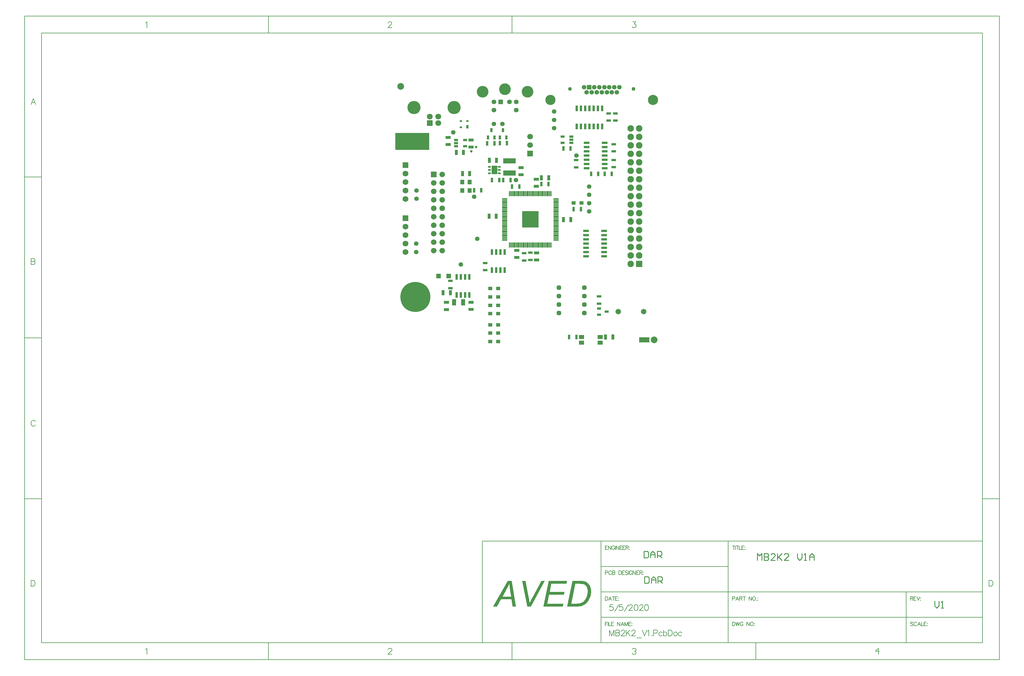
<source format=gts>
G04*
G04 #@! TF.GenerationSoftware,Altium Limited,Altium Designer,20.1.7 (139)*
G04*
G04 Layer_Color=8388736*
%FSLAX44Y44*%
%MOMM*%
G71*
G04*
G04 #@! TF.SameCoordinates,4FCD0223-78D8-4E5E-BEAE-C94ABB704BA9*
G04*
G04*
G04 #@! TF.FilePolarity,Negative*
G04*
G01*
G75*
%ADD11C,0.2500*%
%ADD22C,0.1270*%
%ADD23C,0.1778*%
%ADD36R,1.2000X1.4000*%
%ADD37R,1.2500X1.1000*%
%ADD45R,3.1500X1.5000*%
%ADD46R,1.1500X1.9500*%
%ADD47R,3.7500X1.6500*%
%ADD48R,1.5500X0.3000*%
%ADD49R,0.3000X1.5500*%
%ADD50R,4.9500X4.9500*%
%ADD51R,1.5500X1.1500*%
%ADD52R,10.1500X5.1500*%
%ADD53R,1.2000X0.7500*%
%ADD54R,1.3000X0.7500*%
%ADD55R,0.8000X1.6750*%
%ADD56R,1.6750X0.8000*%
%ADD57R,1.4100X1.3200*%
%ADD58R,0.7000X0.6000*%
%ADD59R,0.7000X1.0000*%
%ADD60C,9.0000*%
%ADD61C,2.0000*%
%ADD62O,0.9500X0.5500*%
%ADD63R,1.8000X2.5500*%
%ADD64R,0.8500X1.5500*%
%ADD65R,1.4500X0.7500*%
%ADD66R,0.7500X1.3000*%
%ADD67R,1.5500X0.8500*%
%ADD68R,0.7500X1.4500*%
%ADD69R,1.7000X1.7000*%
%ADD70C,1.7000*%
%ADD71C,1.3500*%
%ADD72C,2.1500*%
%ADD73C,3.4900*%
%ADD74R,1.3900X1.3900*%
%ADD75C,1.3900*%
%ADD76R,1.9500X1.9500*%
%ADD77C,1.9500*%
%ADD78C,1.6740*%
%ADD79R,1.6740X1.6740*%
%ADD80C,1.6500*%
%ADD81C,1.1150*%
%ADD82C,3.0450*%
%ADD83R,1.3500X1.3500*%
%ADD84C,1.7500*%
%ADD85R,1.7500X1.7500*%
%ADD86C,3.9500*%
%ADD87C,1.4500*%
%ADD88C,4.1500*%
%ADD89C,0.7500*%
%ADD90C,1.8000*%
G36*
X410400Y-780000D02*
X399300D01*
X384600Y-703100D01*
X394500D01*
X403300Y-749000D01*
Y-749100D01*
X403400Y-749500D01*
X403500Y-750200D01*
X403700Y-751100D01*
X403900Y-752100D01*
X404100Y-753400D01*
X404400Y-754700D01*
X404700Y-756200D01*
X405200Y-759400D01*
X405800Y-762700D01*
X406200Y-766100D01*
X406400Y-767600D01*
X406600Y-769100D01*
X406700Y-769000D01*
X406800Y-768700D01*
X407100Y-768200D01*
X407400Y-767500D01*
X407800Y-766600D01*
X408300Y-765700D01*
X408800Y-764600D01*
X409400Y-763500D01*
X410600Y-761000D01*
X412000Y-758400D01*
X413300Y-755800D01*
X414500Y-753500D01*
X441900Y-703100D01*
X452400D01*
X410400Y-780000D01*
D02*
G37*
G36*
X561399Y-703200D02*
X563200Y-703300D01*
X565299Y-703400D01*
X567399Y-703600D01*
X569399Y-704000D01*
X571199Y-704400D01*
X571299D01*
X571499Y-704500D01*
X571799Y-704600D01*
X572299Y-704700D01*
X573399Y-705100D01*
X574899Y-705700D01*
X576599Y-706500D01*
X578399Y-707500D01*
X580199Y-708700D01*
X581899Y-710200D01*
X581999D01*
X582099Y-710400D01*
X582599Y-710900D01*
X583399Y-711800D01*
X584399Y-713000D01*
X585499Y-714500D01*
X586699Y-716300D01*
X587799Y-718300D01*
X588699Y-720600D01*
Y-720700D01*
X588799Y-720900D01*
X588899Y-721200D01*
X589099Y-721700D01*
X589199Y-722300D01*
X589399Y-723000D01*
X589599Y-723800D01*
X589899Y-724700D01*
X590299Y-726700D01*
X590599Y-729100D01*
X590899Y-731800D01*
X590999Y-734600D01*
Y-734700D01*
Y-735000D01*
Y-735500D01*
Y-736200D01*
X590899Y-737000D01*
Y-737900D01*
X590799Y-739000D01*
X590599Y-740200D01*
X590299Y-742800D01*
X589799Y-745600D01*
X589099Y-748600D01*
X588099Y-751500D01*
Y-751600D01*
X587999Y-751800D01*
X587799Y-752200D01*
X587599Y-752800D01*
X587299Y-753400D01*
X586999Y-754200D01*
X586099Y-756000D01*
X585099Y-758100D01*
X583799Y-760400D01*
X582399Y-762700D01*
X580799Y-764900D01*
Y-765000D01*
X580599Y-765200D01*
X580399Y-765500D01*
X579999Y-765900D01*
X579099Y-766900D01*
X577899Y-768200D01*
X576499Y-769700D01*
X574899Y-771200D01*
X573099Y-772700D01*
X571299Y-774000D01*
X571199D01*
X571099Y-774100D01*
X570799Y-774300D01*
X570399Y-774500D01*
X569399Y-775100D01*
X567999Y-775800D01*
X566300Y-776600D01*
X564300Y-777400D01*
X562099Y-778200D01*
X559599Y-778800D01*
X559399D01*
X559100Y-778900D01*
X558699Y-779000D01*
X558200Y-779100D01*
X557599Y-779200D01*
X556100Y-779400D01*
X554199Y-779600D01*
X552099Y-779800D01*
X549599Y-779900D01*
X546899Y-780000D01*
X519300D01*
X535299Y-703100D01*
X560600D01*
X561399Y-703200D01*
D02*
G37*
G36*
X517500Y-711800D02*
X471900D01*
X466900Y-735800D01*
X511600D01*
X509800Y-744500D01*
X465100D01*
X459500Y-771300D01*
X508100D01*
X506300Y-780000D01*
X447500D01*
X463600Y-703100D01*
X519300D01*
X517500Y-711800D01*
D02*
G37*
G36*
X365900Y-780000D02*
X355900D01*
X352200Y-757900D01*
X321100D01*
X308800Y-780000D01*
X297500D01*
X340900Y-703100D01*
X353200D01*
X365900Y-780000D01*
D02*
G37*
%LPC*%
G36*
X557399Y-711800D02*
X543699D01*
X531300Y-771300D01*
X545600D01*
X546399Y-771200D01*
X547399D01*
X548400Y-771100D01*
X550700Y-770900D01*
X553200Y-770700D01*
X555700Y-770300D01*
X558200Y-769800D01*
X558400D01*
X558899Y-769600D01*
X559599Y-769400D01*
X560499Y-769100D01*
X561600Y-768700D01*
X562700Y-768300D01*
X565000Y-767100D01*
X565200Y-767000D01*
X565600Y-766700D01*
X566300Y-766100D01*
X567199Y-765400D01*
X568299Y-764500D01*
X569399Y-763400D01*
X570599Y-762200D01*
X571799Y-760800D01*
Y-760700D01*
X571999Y-760600D01*
X572199Y-760300D01*
X572499Y-759900D01*
X573199Y-758800D01*
X574099Y-757400D01*
X575099Y-755700D01*
X576199Y-753700D01*
X577199Y-751500D01*
X578199Y-749100D01*
Y-749000D01*
X578299Y-748800D01*
X578399Y-748400D01*
X578599Y-747900D01*
X578799Y-747300D01*
X578999Y-746600D01*
X579199Y-745700D01*
X579399Y-744700D01*
X579799Y-742500D01*
X580199Y-740000D01*
X580499Y-737200D01*
X580599Y-734100D01*
Y-734000D01*
Y-733700D01*
Y-733200D01*
Y-732500D01*
X580499Y-731800D01*
X580399Y-730900D01*
X580199Y-728800D01*
X579799Y-726500D01*
X579199Y-724100D01*
X578399Y-721800D01*
X577899Y-720700D01*
X577299Y-719700D01*
Y-719600D01*
X577199Y-719500D01*
X576699Y-718900D01*
X575999Y-718000D01*
X574999Y-717000D01*
X573799Y-715900D01*
X572399Y-714800D01*
X570799Y-713800D01*
X568999Y-713100D01*
X568799Y-713000D01*
X568299Y-712900D01*
X567399Y-712700D01*
X566100Y-712400D01*
X564500Y-712200D01*
X562500Y-712000D01*
X560099Y-711900D01*
X557399Y-711800D01*
D02*
G37*
G36*
X345800Y-711500D02*
Y-711600D01*
X345700Y-711800D01*
X345500Y-712200D01*
X345300Y-712700D01*
X345000Y-713300D01*
X344700Y-714100D01*
X344300Y-715000D01*
X343900Y-716000D01*
X343400Y-717100D01*
X342800Y-718300D01*
X341500Y-720900D01*
X339900Y-723900D01*
X338100Y-727200D01*
X325500Y-750000D01*
X351000D01*
X348000Y-730700D01*
Y-730600D01*
X347900Y-730200D01*
X347800Y-729600D01*
X347700Y-728800D01*
X347600Y-727800D01*
X347400Y-726700D01*
X347200Y-725400D01*
X347100Y-724000D01*
X346700Y-721000D01*
X346300Y-717700D01*
X346000Y-714500D01*
X345800Y-711500D01*
D02*
G37*
%LPD*%
D11*
X1620069Y-763933D02*
Y-777262D01*
X1626734Y-783927D01*
X1633398Y-777262D01*
Y-763933D01*
X1640063Y-783927D02*
X1646727D01*
X1643395D01*
Y-763933D01*
X1640063Y-767266D01*
X751069Y-689933D02*
Y-709927D01*
X761066D01*
X764398Y-706595D01*
Y-693266D01*
X761066Y-689933D01*
X751069D01*
X771063Y-709927D02*
Y-696598D01*
X777727Y-689933D01*
X784392Y-696598D01*
Y-709927D01*
Y-699930D01*
X771063D01*
X791056Y-709927D02*
Y-689933D01*
X801053D01*
X804385Y-693266D01*
Y-699930D01*
X801053Y-703262D01*
X791056D01*
X797721D02*
X804385Y-709927D01*
X749069Y-613933D02*
Y-633927D01*
X759066D01*
X762398Y-630595D01*
Y-617266D01*
X759066Y-613933D01*
X749069D01*
X769063Y-633927D02*
Y-620598D01*
X775727Y-613933D01*
X782392Y-620598D01*
Y-633927D01*
Y-623930D01*
X769063D01*
X789056Y-633927D02*
Y-613933D01*
X799053D01*
X802385Y-617266D01*
Y-623930D01*
X799053Y-627262D01*
X789056D01*
X795721D02*
X802385Y-633927D01*
X1089069Y-640927D02*
Y-620933D01*
X1095733Y-627598D01*
X1102398Y-620933D01*
Y-640927D01*
X1109063Y-620933D02*
Y-640927D01*
X1119059D01*
X1122392Y-637595D01*
Y-634263D01*
X1119059Y-630930D01*
X1109063D01*
X1119059D01*
X1122392Y-627598D01*
Y-624266D01*
X1119059Y-620933D01*
X1109063D01*
X1142385Y-640927D02*
X1129056D01*
X1142385Y-627598D01*
Y-624266D01*
X1139053Y-620933D01*
X1132388D01*
X1129056Y-624266D01*
X1149050Y-620933D02*
Y-640927D01*
Y-634263D01*
X1162379Y-620933D01*
X1152382Y-630930D01*
X1162379Y-640927D01*
X1182372D02*
X1169043D01*
X1182372Y-627598D01*
Y-624266D01*
X1179040Y-620933D01*
X1172375D01*
X1169043Y-624266D01*
X1209030Y-620933D02*
Y-634263D01*
X1215695Y-640927D01*
X1222359Y-634263D01*
Y-620933D01*
X1229024Y-640927D02*
X1235688D01*
X1232356D01*
Y-620933D01*
X1229024Y-624266D01*
X1245685Y-640927D02*
Y-627598D01*
X1252350Y-620933D01*
X1259014Y-627598D01*
Y-640927D01*
Y-630930D01*
X1245685D01*
D22*
X1084129Y-939377D02*
Y-888577D01*
X1001579D02*
Y-736177D01*
X1534979Y-888577D02*
Y-736177D01*
X620579Y-888577D02*
Y-583777D01*
X1763579Y-888577D02*
Y-583777D01*
X1001579D02*
X1763579D01*
X1001579Y-736177D02*
Y-583777D01*
X620579D02*
X1001579D01*
X620579Y-736177D02*
X1763579D01*
X620579Y-812377D02*
X1763579D01*
X620579Y-888577D02*
X1763579D01*
X620579Y-659977D02*
X1001579D01*
X264979Y-583777D02*
X620579D01*
X264979Y-888577D02*
Y-583777D01*
Y-888577D02*
X620579D01*
X353879Y-939377D02*
Y-888577D01*
X-376371Y-939377D02*
Y-888577D01*
X-1106621Y-456777D02*
X-1055821D01*
X-1106621Y25823D02*
X-1055821D01*
X-1106621Y508423D02*
X-1055821D01*
X-1106621Y-939377D02*
Y991023D01*
X1763579Y-456777D02*
X1814379D01*
X353879Y940223D02*
Y991023D01*
X-376371Y940223D02*
Y991023D01*
X-1055821Y940223D02*
X1763579D01*
Y-888577D02*
Y940223D01*
X-1055821Y-888577D02*
X1763579D01*
X-1055821D02*
Y940223D01*
X-1106621Y991023D02*
X1814379D01*
Y-939377D02*
Y991023D01*
X-1106621Y-939377D02*
X1814379D01*
X1555297Y-827982D02*
X1554209Y-826894D01*
X1552576Y-826349D01*
X1550400D01*
X1548767Y-826894D01*
X1547679Y-827982D01*
Y-829070D01*
X1548223Y-830159D01*
X1548767Y-830703D01*
X1549856Y-831247D01*
X1553121Y-832335D01*
X1554209Y-832879D01*
X1554753Y-833424D01*
X1555297Y-834512D01*
Y-836144D01*
X1554209Y-837233D01*
X1552576Y-837777D01*
X1550400D01*
X1548767Y-837233D01*
X1547679Y-836144D01*
X1566017Y-829070D02*
X1565473Y-827982D01*
X1564385Y-826894D01*
X1563297Y-826349D01*
X1561120D01*
X1560032Y-826894D01*
X1558943Y-827982D01*
X1558399Y-829070D01*
X1557855Y-830703D01*
Y-833424D01*
X1558399Y-835056D01*
X1558943Y-836144D01*
X1560032Y-837233D01*
X1561120Y-837777D01*
X1563297D01*
X1564385Y-837233D01*
X1565473Y-836144D01*
X1566017Y-835056D01*
X1577935Y-837777D02*
X1573582Y-826349D01*
X1569228Y-837777D01*
X1570861Y-833968D02*
X1576302D01*
X1580601Y-826349D02*
Y-837777D01*
X1587131D01*
X1595457Y-826349D02*
X1588383D01*
Y-837777D01*
X1595457D01*
X1588383Y-831791D02*
X1592736D01*
X1597906Y-830159D02*
X1597362Y-830703D01*
X1597906Y-831247D01*
X1598450Y-830703D01*
X1597906Y-830159D01*
Y-836689D02*
X1597362Y-837233D01*
X1597906Y-837777D01*
X1598450Y-837233D01*
X1597906Y-836689D01*
X633279Y-826349D02*
Y-837777D01*
Y-826349D02*
X640353D01*
X633279Y-831791D02*
X637632D01*
X641659Y-826349D02*
Y-837777D01*
X644054Y-826349D02*
Y-837777D01*
X650584D01*
X658909Y-826349D02*
X651835D01*
Y-837777D01*
X658909D01*
X651835Y-831791D02*
X656189D01*
X669793Y-826349D02*
Y-837777D01*
Y-826349D02*
X677411Y-837777D01*
Y-826349D02*
Y-837777D01*
X689274D02*
X684921Y-826349D01*
X680567Y-837777D01*
X682200Y-833968D02*
X687642D01*
X691941Y-826349D02*
Y-837777D01*
Y-826349D02*
X696294Y-837777D01*
X700647Y-826349D02*
X696294Y-837777D01*
X700647Y-826349D02*
Y-837777D01*
X710986Y-826349D02*
X703912D01*
Y-837777D01*
X710986D01*
X703912Y-831791D02*
X708266D01*
X713435Y-830159D02*
X712891Y-830703D01*
X713435Y-831247D01*
X713979Y-830703D01*
X713435Y-830159D01*
Y-836689D02*
X712891Y-837233D01*
X713435Y-837777D01*
X713979Y-837233D01*
X713435Y-836689D01*
X633279Y-678665D02*
X638176D01*
X639809Y-678121D01*
X640353Y-677577D01*
X640897Y-676489D01*
Y-674856D01*
X640353Y-673768D01*
X639809Y-673224D01*
X638176Y-672680D01*
X633279D01*
Y-684107D01*
X651618Y-675400D02*
X651073Y-674312D01*
X649985Y-673224D01*
X648897Y-672680D01*
X646720D01*
X645632Y-673224D01*
X644543Y-674312D01*
X643999Y-675400D01*
X643455Y-677033D01*
Y-679754D01*
X643999Y-681386D01*
X644543Y-682475D01*
X645632Y-683563D01*
X646720Y-684107D01*
X648897D01*
X649985Y-683563D01*
X651073Y-682475D01*
X651618Y-681386D01*
X654828Y-672680D02*
Y-684107D01*
Y-672680D02*
X659726D01*
X661358Y-673224D01*
X661902Y-673768D01*
X662447Y-674856D01*
Y-675945D01*
X661902Y-677033D01*
X661358Y-677577D01*
X659726Y-678121D01*
X654828D02*
X659726D01*
X661358Y-678665D01*
X661902Y-679210D01*
X662447Y-680298D01*
Y-681930D01*
X661902Y-683019D01*
X661358Y-683563D01*
X659726Y-684107D01*
X654828D01*
X673983Y-672680D02*
Y-684107D01*
Y-672680D02*
X677792D01*
X679425Y-673224D01*
X680513Y-674312D01*
X681057Y-675400D01*
X681601Y-677033D01*
Y-679754D01*
X681057Y-681386D01*
X680513Y-682475D01*
X679425Y-683563D01*
X677792Y-684107D01*
X673983D01*
X691233Y-672680D02*
X684159D01*
Y-684107D01*
X691233D01*
X684159Y-678121D02*
X688512D01*
X700756Y-674312D02*
X699668Y-673224D01*
X698035Y-672680D01*
X695859D01*
X694226Y-673224D01*
X693138Y-674312D01*
Y-675400D01*
X693682Y-676489D01*
X694226Y-677033D01*
X695314Y-677577D01*
X698579Y-678665D01*
X699668Y-679210D01*
X700212Y-679754D01*
X700756Y-680842D01*
Y-682475D01*
X699668Y-683563D01*
X698035Y-684107D01*
X695859D01*
X694226Y-683563D01*
X693138Y-682475D01*
X703314Y-672680D02*
Y-684107D01*
X713870Y-675400D02*
X713326Y-674312D01*
X712238Y-673224D01*
X711150Y-672680D01*
X708973D01*
X707885Y-673224D01*
X706796Y-674312D01*
X706252Y-675400D01*
X705708Y-677033D01*
Y-679754D01*
X706252Y-681386D01*
X706796Y-682475D01*
X707885Y-683563D01*
X708973Y-684107D01*
X711150D01*
X712238Y-683563D01*
X713326Y-682475D01*
X713870Y-681386D01*
Y-679754D01*
X711150D02*
X713870D01*
X716482Y-672680D02*
Y-684107D01*
Y-672680D02*
X724101Y-684107D01*
Y-672680D02*
Y-684107D01*
X734331Y-672680D02*
X727257D01*
Y-684107D01*
X734331D01*
X727257Y-678121D02*
X731610D01*
X736236Y-672680D02*
Y-684107D01*
Y-672680D02*
X741133D01*
X742766Y-673224D01*
X743310Y-673768D01*
X743854Y-674856D01*
Y-675945D01*
X743310Y-677033D01*
X742766Y-677577D01*
X741133Y-678121D01*
X736236D01*
X740045D02*
X743854Y-684107D01*
X746956Y-676489D02*
X746412Y-677033D01*
X746956Y-677577D01*
X747500Y-677033D01*
X746956Y-676489D01*
Y-683019D02*
X746412Y-683563D01*
X746956Y-684107D01*
X747500Y-683563D01*
X746956Y-683019D01*
X1018088Y-597749D02*
Y-609177D01*
X1014279Y-597749D02*
X1021897D01*
X1023258D02*
Y-609177D01*
X1029461Y-597749D02*
Y-609177D01*
X1025652Y-597749D02*
X1033271D01*
X1034631D02*
Y-609177D01*
X1041161D01*
X1049487Y-597749D02*
X1042413D01*
Y-609177D01*
X1049487D01*
X1042413Y-603191D02*
X1046766D01*
X1051936Y-601559D02*
X1051391Y-602103D01*
X1051936Y-602647D01*
X1052480Y-602103D01*
X1051936Y-601559D01*
Y-608089D02*
X1051391Y-608633D01*
X1051936Y-609177D01*
X1052480Y-608633D01*
X1051936Y-608089D01*
X1014279Y-756135D02*
X1019176D01*
X1020809Y-755591D01*
X1021353Y-755047D01*
X1021897Y-753959D01*
Y-752326D01*
X1021353Y-751238D01*
X1020809Y-750694D01*
X1019176Y-750150D01*
X1014279D01*
Y-761577D01*
X1033162D02*
X1028808Y-750150D01*
X1024455Y-761577D01*
X1026087Y-757768D02*
X1031529D01*
X1035828Y-750150D02*
Y-761577D01*
Y-750150D02*
X1040726D01*
X1042358Y-750694D01*
X1042902Y-751238D01*
X1043447Y-752326D01*
Y-753415D01*
X1042902Y-754503D01*
X1042358Y-755047D01*
X1040726Y-755591D01*
X1035828D01*
X1039637D02*
X1043447Y-761577D01*
X1049813Y-750150D02*
Y-761577D01*
X1046004Y-750150D02*
X1053622D01*
X1063962D02*
Y-761577D01*
Y-750150D02*
X1071580Y-761577D01*
Y-750150D02*
Y-761577D01*
X1078001Y-750150D02*
X1076913Y-750694D01*
X1075825Y-751782D01*
X1075280Y-752870D01*
X1074736Y-754503D01*
Y-757224D01*
X1075280Y-758856D01*
X1075825Y-759945D01*
X1076913Y-761033D01*
X1078001Y-761577D01*
X1080178D01*
X1081266Y-761033D01*
X1082355Y-759945D01*
X1082899Y-758856D01*
X1083443Y-757224D01*
Y-754503D01*
X1082899Y-752870D01*
X1082355Y-751782D01*
X1081266Y-750694D01*
X1080178Y-750150D01*
X1078001D01*
X1086654Y-760489D02*
X1086109Y-761033D01*
X1086654Y-761577D01*
X1087198Y-761033D01*
X1086654Y-760489D01*
X1090245Y-753959D02*
X1089701Y-754503D01*
X1090245Y-755047D01*
X1090789Y-754503D01*
X1090245Y-753959D01*
Y-760489D02*
X1089701Y-761033D01*
X1090245Y-761577D01*
X1090789Y-761033D01*
X1090245Y-760489D01*
X640353Y-597749D02*
X633279D01*
Y-609177D01*
X640353D01*
X633279Y-603191D02*
X637632D01*
X642258Y-597749D02*
Y-609177D01*
Y-597749D02*
X649876Y-609177D01*
Y-597749D02*
Y-609177D01*
X661195Y-600470D02*
X660651Y-599382D01*
X659562Y-598294D01*
X658474Y-597749D01*
X656297D01*
X655209Y-598294D01*
X654121Y-599382D01*
X653577Y-600470D01*
X653032Y-602103D01*
Y-604824D01*
X653577Y-606456D01*
X654121Y-607545D01*
X655209Y-608633D01*
X656297Y-609177D01*
X658474D01*
X659562Y-608633D01*
X660651Y-607545D01*
X661195Y-606456D01*
Y-604824D01*
X658474D02*
X661195D01*
X663807Y-597749D02*
Y-609177D01*
X666201Y-597749D02*
Y-609177D01*
Y-597749D02*
X673820Y-609177D01*
Y-597749D02*
Y-609177D01*
X684050Y-597749D02*
X676976D01*
Y-609177D01*
X684050D01*
X676976Y-603191D02*
X681329D01*
X693029Y-597749D02*
X685955D01*
Y-609177D01*
X693029D01*
X685955Y-603191D02*
X690308D01*
X694933Y-597749D02*
Y-609177D01*
Y-597749D02*
X699831D01*
X701463Y-598294D01*
X702008Y-598838D01*
X702552Y-599926D01*
Y-601015D01*
X702008Y-602103D01*
X701463Y-602647D01*
X699831Y-603191D01*
X694933D01*
X698743D02*
X702552Y-609177D01*
X705654Y-601559D02*
X705109Y-602103D01*
X705654Y-602647D01*
X706198Y-602103D01*
X705654Y-601559D01*
Y-608089D02*
X705109Y-608633D01*
X705654Y-609177D01*
X706198Y-608633D01*
X705654Y-608089D01*
X1014279Y-826349D02*
Y-837777D01*
Y-826349D02*
X1018088D01*
X1019721Y-826894D01*
X1020809Y-827982D01*
X1021353Y-829070D01*
X1021897Y-830703D01*
Y-833424D01*
X1021353Y-835056D01*
X1020809Y-836144D01*
X1019721Y-837233D01*
X1018088Y-837777D01*
X1014279D01*
X1024455Y-826349D02*
X1027176Y-837777D01*
X1029897Y-826349D02*
X1027176Y-837777D01*
X1029897Y-826349D02*
X1032617Y-837777D01*
X1035338Y-826349D02*
X1032617Y-837777D01*
X1045786Y-829070D02*
X1045242Y-827982D01*
X1044154Y-826894D01*
X1043066Y-826349D01*
X1040889D01*
X1039800Y-826894D01*
X1038712Y-827982D01*
X1038168Y-829070D01*
X1037624Y-830703D01*
Y-833424D01*
X1038168Y-835056D01*
X1038712Y-836144D01*
X1039800Y-837233D01*
X1040889Y-837777D01*
X1043066D01*
X1044154Y-837233D01*
X1045242Y-836144D01*
X1045786Y-835056D01*
Y-833424D01*
X1043066D02*
X1045786D01*
X1057377Y-826349D02*
Y-837777D01*
Y-826349D02*
X1064996Y-837777D01*
Y-826349D02*
Y-837777D01*
X1071417Y-826349D02*
X1070328Y-826894D01*
X1069240Y-827982D01*
X1068696Y-829070D01*
X1068152Y-830703D01*
Y-833424D01*
X1068696Y-835056D01*
X1069240Y-836144D01*
X1070328Y-837233D01*
X1071417Y-837777D01*
X1073594D01*
X1074682Y-837233D01*
X1075770Y-836144D01*
X1076314Y-835056D01*
X1076859Y-833424D01*
Y-830703D01*
X1076314Y-829070D01*
X1075770Y-827982D01*
X1074682Y-826894D01*
X1073594Y-826349D01*
X1071417D01*
X1080069Y-830159D02*
X1079525Y-830703D01*
X1080069Y-831247D01*
X1080613Y-830703D01*
X1080069Y-830159D01*
Y-836689D02*
X1079525Y-837233D01*
X1080069Y-837777D01*
X1080613Y-837233D01*
X1080069Y-836689D01*
X1547679Y-750150D02*
Y-761577D01*
Y-750150D02*
X1552576D01*
X1554209Y-750694D01*
X1554753Y-751238D01*
X1555297Y-752326D01*
Y-753415D01*
X1554753Y-754503D01*
X1554209Y-755047D01*
X1552576Y-755591D01*
X1547679D01*
X1551488D02*
X1555297Y-761577D01*
X1564929Y-750150D02*
X1557855D01*
Y-761577D01*
X1564929D01*
X1557855Y-755591D02*
X1562208D01*
X1566834Y-750150D02*
X1571187Y-761577D01*
X1575540Y-750150D02*
X1571187Y-761577D01*
X1577554Y-753959D02*
X1577010Y-754503D01*
X1577554Y-755047D01*
X1578098Y-754503D01*
X1577554Y-753959D01*
Y-760489D02*
X1577010Y-761033D01*
X1577554Y-761577D01*
X1578098Y-761033D01*
X1577554Y-760489D01*
X633279Y-750150D02*
Y-761577D01*
Y-750150D02*
X637088D01*
X638721Y-750694D01*
X639809Y-751782D01*
X640353Y-752870D01*
X640897Y-754503D01*
Y-757224D01*
X640353Y-758856D01*
X639809Y-759945D01*
X638721Y-761033D01*
X637088Y-761577D01*
X633279D01*
X652162D02*
X647808Y-750150D01*
X643455Y-761577D01*
X645088Y-757768D02*
X650529D01*
X658637Y-750150D02*
Y-761577D01*
X654828Y-750150D02*
X662447D01*
X670881D02*
X663807D01*
Y-761577D01*
X670881D01*
X663807Y-755591D02*
X668160D01*
X673330Y-753959D02*
X672786Y-754503D01*
X673330Y-755047D01*
X673874Y-754503D01*
X673330Y-753959D01*
Y-760489D02*
X672786Y-761033D01*
X673330Y-761577D01*
X673874Y-761033D01*
X673330Y-760489D01*
D23*
X645979Y-850481D02*
Y-868257D01*
Y-850481D02*
X652751Y-868257D01*
X659523Y-850481D02*
X652751Y-868257D01*
X659523Y-850481D02*
Y-868257D01*
X664602Y-850481D02*
Y-868257D01*
Y-850481D02*
X672220D01*
X674760Y-851327D01*
X675606Y-852174D01*
X676452Y-853867D01*
Y-855560D01*
X675606Y-857253D01*
X674760Y-858099D01*
X672220Y-858946D01*
X664602D02*
X672220D01*
X674760Y-859792D01*
X675606Y-860639D01*
X676452Y-862332D01*
Y-864871D01*
X675606Y-866564D01*
X674760Y-867411D01*
X672220Y-868257D01*
X664602D01*
X681277Y-854713D02*
Y-853867D01*
X682124Y-852174D01*
X682970Y-851327D01*
X684663Y-850481D01*
X688049D01*
X689742Y-851327D01*
X690589Y-852174D01*
X691435Y-853867D01*
Y-855560D01*
X690589Y-857253D01*
X688896Y-859792D01*
X680431Y-868257D01*
X692282D01*
X696260Y-850481D02*
Y-868257D01*
X708111Y-850481D02*
X696260Y-862332D01*
X700493Y-858099D02*
X708111Y-868257D01*
X712936Y-854713D02*
Y-853867D01*
X713783Y-852174D01*
X714629Y-851327D01*
X716322Y-850481D01*
X719708D01*
X721401Y-851327D01*
X722247Y-852174D01*
X723094Y-853867D01*
Y-855560D01*
X722247Y-857253D01*
X720554Y-859792D01*
X712089Y-868257D01*
X723940D01*
X727919Y-874182D02*
X741463D01*
X743748Y-850481D02*
X750520Y-868257D01*
X757292Y-850481D02*
X750520Y-868257D01*
X759577Y-853867D02*
X761270Y-853020D01*
X763810Y-850481D01*
Y-868257D01*
X773460Y-866564D02*
X772613Y-867411D01*
X773460Y-868257D01*
X774306Y-867411D01*
X773460Y-866564D01*
X778200Y-859792D02*
X785818D01*
X788358Y-858946D01*
X789204Y-858099D01*
X790051Y-856406D01*
Y-853867D01*
X789204Y-852174D01*
X788358Y-851327D01*
X785818Y-850481D01*
X778200D01*
Y-868257D01*
X804187Y-858946D02*
X802494Y-857253D01*
X800801Y-856406D01*
X798262D01*
X796569Y-857253D01*
X794876Y-858946D01*
X794029Y-861485D01*
Y-863178D01*
X794876Y-865717D01*
X796569Y-867411D01*
X798262Y-868257D01*
X800801D01*
X802494Y-867411D01*
X804187Y-865717D01*
X807996Y-850481D02*
Y-868257D01*
Y-858946D02*
X809689Y-857253D01*
X811382Y-856406D01*
X813922D01*
X815615Y-857253D01*
X817308Y-858946D01*
X818154Y-861485D01*
Y-863178D01*
X817308Y-865717D01*
X815615Y-867411D01*
X813922Y-868257D01*
X811382D01*
X809689Y-867411D01*
X807996Y-865717D01*
X821963Y-850481D02*
Y-868257D01*
Y-850481D02*
X827889D01*
X830428Y-851327D01*
X832121Y-853020D01*
X832968Y-854713D01*
X833814Y-857253D01*
Y-861485D01*
X832968Y-864025D01*
X832121Y-865717D01*
X830428Y-867411D01*
X827889Y-868257D01*
X821963D01*
X842025Y-856406D02*
X840332Y-857253D01*
X838639Y-858946D01*
X837793Y-861485D01*
Y-863178D01*
X838639Y-865717D01*
X840332Y-867411D01*
X842025Y-868257D01*
X844565D01*
X846257Y-867411D01*
X847950Y-865717D01*
X848797Y-863178D01*
Y-861485D01*
X847950Y-858946D01*
X846257Y-857253D01*
X844565Y-856406D01*
X842025D01*
X862849Y-858946D02*
X861156Y-857253D01*
X859463Y-856406D01*
X856923D01*
X855230Y-857253D01*
X853537Y-858946D01*
X852691Y-861485D01*
Y-863178D01*
X853537Y-865717D01*
X855230Y-867411D01*
X856923Y-868257D01*
X859463D01*
X861156Y-867411D01*
X862849Y-865717D01*
X656137Y-774281D02*
X647672D01*
X646825Y-781899D01*
X647672Y-781053D01*
X650211Y-780206D01*
X652751D01*
X655290Y-781053D01*
X656983Y-782746D01*
X657830Y-785285D01*
Y-786978D01*
X656983Y-789518D01*
X655290Y-791210D01*
X652751Y-792057D01*
X650211D01*
X647672Y-791210D01*
X646825Y-790364D01*
X645979Y-788671D01*
X661808Y-794596D02*
X673659Y-774281D01*
X685002D02*
X676537D01*
X675691Y-781899D01*
X676537Y-781053D01*
X679077Y-780206D01*
X681616D01*
X684156Y-781053D01*
X685848Y-782746D01*
X686695Y-785285D01*
Y-786978D01*
X685848Y-789518D01*
X684156Y-791210D01*
X681616Y-792057D01*
X679077D01*
X676537Y-791210D01*
X675691Y-790364D01*
X674844Y-788671D01*
X690673Y-794596D02*
X702524Y-774281D01*
X704556Y-778513D02*
Y-777667D01*
X705402Y-775974D01*
X706249Y-775127D01*
X707942Y-774281D01*
X711328D01*
X713021Y-775127D01*
X713867Y-775974D01*
X714714Y-777667D01*
Y-779360D01*
X713867Y-781053D01*
X712174Y-783592D01*
X703709Y-792057D01*
X715560D01*
X724617Y-774281D02*
X722078Y-775127D01*
X720385Y-777667D01*
X719539Y-781899D01*
Y-784439D01*
X720385Y-788671D01*
X722078Y-791210D01*
X724617Y-792057D01*
X726311D01*
X728850Y-791210D01*
X730543Y-788671D01*
X731389Y-784439D01*
Y-781899D01*
X730543Y-777667D01*
X728850Y-775127D01*
X726311Y-774281D01*
X724617D01*
X736214Y-778513D02*
Y-777667D01*
X737061Y-775974D01*
X737907Y-775127D01*
X739600Y-774281D01*
X742986D01*
X744679Y-775127D01*
X745526Y-775974D01*
X746372Y-777667D01*
Y-779360D01*
X745526Y-781053D01*
X743833Y-783592D01*
X735368Y-792057D01*
X747219D01*
X756276Y-774281D02*
X753737Y-775127D01*
X752044Y-777667D01*
X751197Y-781899D01*
Y-784439D01*
X752044Y-788671D01*
X753737Y-791210D01*
X756276Y-792057D01*
X757969D01*
X760508Y-791210D01*
X762201Y-788671D01*
X763048Y-784439D01*
Y-781899D01*
X762201Y-777667D01*
X760508Y-775127D01*
X757969Y-774281D01*
X756276D01*
X1451664Y-922867D02*
Y-905093D01*
X1442777Y-913980D01*
X1454626D01*
X713797Y-908055D02*
X716759Y-905093D01*
X722684D01*
X725647Y-908055D01*
Y-911018D01*
X722684Y-913980D01*
X719722D01*
X722684D01*
X725647Y-916942D01*
Y-919905D01*
X722684Y-922867D01*
X716759D01*
X713797Y-919905D01*
X-5874Y-922867D02*
X-17723D01*
X-5874Y-911018D01*
Y-908055D01*
X-8836Y-905093D01*
X-14761D01*
X-17723Y-908055D01*
X-744163Y-908477D02*
X-742470Y-907630D01*
X-739930Y-905091D01*
Y-922867D01*
X715490Y974509D02*
X724801D01*
X719722Y967737D01*
X722262D01*
X723955Y966891D01*
X724801Y966044D01*
X725648Y963505D01*
Y961812D01*
X724801Y959273D01*
X723108Y957579D01*
X720569Y956733D01*
X718029D01*
X715490Y957579D01*
X714643Y958426D01*
X713797Y960119D01*
X-16876Y970277D02*
Y971123D01*
X-16030Y972816D01*
X-15184Y973663D01*
X-13491Y974509D01*
X-10105D01*
X-8412Y973663D01*
X-7565Y972816D01*
X-6719Y971123D01*
Y969430D01*
X-7565Y967737D01*
X-9258Y965198D01*
X-17723Y956733D01*
X-5872D01*
X-744163Y971123D02*
X-742470Y971970D01*
X-739930Y974509D01*
Y956733D01*
X-1087571Y-701383D02*
Y-719159D01*
Y-701383D02*
X-1081646D01*
X-1079106Y-702229D01*
X-1077413Y-703922D01*
X-1076567Y-705615D01*
X-1075720Y-708155D01*
Y-712387D01*
X-1076567Y-714927D01*
X-1077413Y-716619D01*
X-1079106Y-718313D01*
X-1081646Y-719159D01*
X-1087571D01*
X-1074874Y-225555D02*
X-1075720Y-223862D01*
X-1077413Y-222169D01*
X-1079106Y-221323D01*
X-1082492D01*
X-1084185Y-222169D01*
X-1085878Y-223862D01*
X-1086724Y-225555D01*
X-1087571Y-228095D01*
Y-232327D01*
X-1086724Y-234867D01*
X-1085878Y-236560D01*
X-1084185Y-238253D01*
X-1082492Y-239099D01*
X-1079106D01*
X-1077413Y-238253D01*
X-1075720Y-236560D01*
X-1074874Y-234867D01*
X-1087571Y263817D02*
Y246041D01*
Y263817D02*
X-1079953D01*
X-1077413Y262971D01*
X-1076567Y262124D01*
X-1075720Y260431D01*
Y258738D01*
X-1076567Y257045D01*
X-1077413Y256199D01*
X-1079953Y255352D01*
X-1087571D02*
X-1079953D01*
X-1077413Y254506D01*
X-1076567Y253659D01*
X-1075720Y251966D01*
Y249427D01*
X-1076567Y247734D01*
X-1077413Y246887D01*
X-1079953Y246041D01*
X-1087571D01*
X-1074027Y726609D02*
X-1080799Y744385D01*
X-1087571Y726609D01*
X-1085032Y732534D02*
X-1076567D01*
X1782629Y-701383D02*
Y-719159D01*
Y-701383D02*
X1788554D01*
X1791094Y-702229D01*
X1792787Y-703922D01*
X1793633Y-705615D01*
X1794480Y-708155D01*
Y-712387D01*
X1793633Y-714927D01*
X1792787Y-716619D01*
X1791094Y-718313D01*
X1788554Y-719159D01*
X1782629D01*
D36*
X205000Y493700D02*
D03*
Y468300D02*
D03*
X227000D02*
D03*
Y493700D02*
D03*
D37*
X562000Y430750D02*
D03*
X538500D02*
D03*
X288750Y65000D02*
D03*
X312250D02*
D03*
X288750Y40000D02*
D03*
X312250D02*
D03*
X288750Y15000D02*
D03*
X312250D02*
D03*
X289000Y173750D02*
D03*
X312500D02*
D03*
X289000Y148750D02*
D03*
X312500D02*
D03*
X289000Y123750D02*
D03*
X312500D02*
D03*
X289000Y98750D02*
D03*
X312500D02*
D03*
D45*
X750500Y20000D02*
D03*
D46*
X180250Y132500D02*
D03*
X207750D02*
D03*
D47*
X346500Y520500D02*
D03*
Y556500D02*
D03*
D48*
X331500Y443250D02*
D03*
Y439250D02*
D03*
Y435250D02*
D03*
Y431250D02*
D03*
Y427250D02*
D03*
Y423250D02*
D03*
Y419250D02*
D03*
Y415250D02*
D03*
Y411250D02*
D03*
Y407250D02*
D03*
Y403250D02*
D03*
Y399250D02*
D03*
Y395250D02*
D03*
Y391250D02*
D03*
Y387250D02*
D03*
Y383250D02*
D03*
Y379250D02*
D03*
Y375250D02*
D03*
Y371250D02*
D03*
Y367250D02*
D03*
Y363250D02*
D03*
Y359250D02*
D03*
Y355250D02*
D03*
Y351250D02*
D03*
Y347250D02*
D03*
Y343250D02*
D03*
Y339250D02*
D03*
Y335250D02*
D03*
Y331250D02*
D03*
Y327250D02*
D03*
Y323250D02*
D03*
Y319250D02*
D03*
X485500D02*
D03*
Y323250D02*
D03*
Y327250D02*
D03*
Y331250D02*
D03*
Y335250D02*
D03*
Y339250D02*
D03*
Y343250D02*
D03*
Y347250D02*
D03*
Y351250D02*
D03*
Y355250D02*
D03*
Y359250D02*
D03*
Y363250D02*
D03*
Y367250D02*
D03*
Y371250D02*
D03*
Y375250D02*
D03*
Y379250D02*
D03*
Y383250D02*
D03*
Y387250D02*
D03*
Y391250D02*
D03*
Y395250D02*
D03*
Y399250D02*
D03*
Y403250D02*
D03*
Y407250D02*
D03*
Y411250D02*
D03*
Y415250D02*
D03*
Y419250D02*
D03*
Y423250D02*
D03*
Y427250D02*
D03*
Y431250D02*
D03*
Y435250D02*
D03*
Y439250D02*
D03*
Y443250D02*
D03*
D49*
X346500Y304250D02*
D03*
X350500D02*
D03*
X354500D02*
D03*
X358500D02*
D03*
X362500D02*
D03*
X366500D02*
D03*
X370500D02*
D03*
X374500D02*
D03*
X378500D02*
D03*
X382500D02*
D03*
X386500D02*
D03*
X390500D02*
D03*
X394500D02*
D03*
X406500D02*
D03*
X410500D02*
D03*
X414500D02*
D03*
X418500D02*
D03*
X422500D02*
D03*
X426500D02*
D03*
X430500D02*
D03*
X434500D02*
D03*
X438500D02*
D03*
X442500D02*
D03*
X446500D02*
D03*
X450500D02*
D03*
X454500D02*
D03*
X458500D02*
D03*
X462500D02*
D03*
X466500D02*
D03*
X470500D02*
D03*
Y458250D02*
D03*
X466500D02*
D03*
X462500D02*
D03*
X458500D02*
D03*
X454500D02*
D03*
X450500D02*
D03*
X446500D02*
D03*
X442500D02*
D03*
X438500D02*
D03*
X434500D02*
D03*
X430500D02*
D03*
X426500D02*
D03*
X422500D02*
D03*
X418500D02*
D03*
X414500D02*
D03*
X410500D02*
D03*
X406500D02*
D03*
X402500D02*
D03*
X398500D02*
D03*
X394500D02*
D03*
X390500D02*
D03*
X386500D02*
D03*
X382500D02*
D03*
X378500D02*
D03*
X374500D02*
D03*
X370500D02*
D03*
X366500D02*
D03*
X362500D02*
D03*
X358500D02*
D03*
X354500D02*
D03*
X350500D02*
D03*
X346500D02*
D03*
X398500Y304250D02*
D03*
X402500D02*
D03*
D50*
X408500Y381250D02*
D03*
D51*
X562000Y28500D02*
D03*
Y11500D02*
D03*
X618000Y28500D02*
D03*
Y11500D02*
D03*
D52*
X54750Y615000D02*
D03*
D53*
X532000Y610750D02*
D03*
Y620250D02*
D03*
Y629750D02*
D03*
X505000D02*
D03*
Y610750D02*
D03*
X186500Y619500D02*
D03*
Y610000D02*
D03*
Y600500D02*
D03*
X213500D02*
D03*
Y619500D02*
D03*
D54*
X637500Y104500D02*
D03*
X615000Y95000D02*
D03*
Y114000D02*
D03*
D55*
X293450Y283370D02*
D03*
X306150D02*
D03*
X318850D02*
D03*
X331550D02*
D03*
Y229130D02*
D03*
X318850D02*
D03*
X306150D02*
D03*
X293450D02*
D03*
X547900Y714370D02*
D03*
X560600D02*
D03*
X573300D02*
D03*
X586000D02*
D03*
X598700D02*
D03*
X611400D02*
D03*
X624100D02*
D03*
Y660130D02*
D03*
X611400D02*
D03*
X598700D02*
D03*
X586000D02*
D03*
X573300D02*
D03*
X560600D02*
D03*
X547900D02*
D03*
X187700Y154880D02*
D03*
X200400D02*
D03*
X213100D02*
D03*
X225800D02*
D03*
Y209120D02*
D03*
X213100D02*
D03*
X200400D02*
D03*
X187700D02*
D03*
D56*
X577130Y610850D02*
D03*
Y598150D02*
D03*
Y585450D02*
D03*
Y572750D02*
D03*
Y560050D02*
D03*
Y547350D02*
D03*
Y534650D02*
D03*
X631370D02*
D03*
Y547350D02*
D03*
Y560050D02*
D03*
Y572750D02*
D03*
Y585450D02*
D03*
Y598150D02*
D03*
Y610850D02*
D03*
X629620Y346600D02*
D03*
Y333900D02*
D03*
Y321200D02*
D03*
Y308500D02*
D03*
Y295800D02*
D03*
Y283100D02*
D03*
Y270400D02*
D03*
X575380D02*
D03*
Y283100D02*
D03*
Y295800D02*
D03*
Y308500D02*
D03*
Y321200D02*
D03*
Y333900D02*
D03*
Y346600D02*
D03*
D57*
X134000Y211500D02*
D03*
X164500D02*
D03*
D58*
X200250Y676500D02*
D03*
X220250D02*
D03*
X200250Y657500D02*
D03*
D59*
X220250Y659500D02*
D03*
D60*
X64300Y148750D02*
D03*
D61*
X20000Y780000D02*
D03*
X780000Y20000D02*
D03*
D62*
X315750Y520000D02*
D03*
Y529500D02*
D03*
Y539000D02*
D03*
X286250D02*
D03*
Y529500D02*
D03*
Y520000D02*
D03*
D63*
X301000Y529500D02*
D03*
D64*
X169000Y161750D02*
D03*
X147500D02*
D03*
X307250Y558750D02*
D03*
X285750D02*
D03*
X186750Y582500D02*
D03*
X208250D02*
D03*
X656000Y28750D02*
D03*
X634500D02*
D03*
X285250Y391250D02*
D03*
X306750D02*
D03*
X508250Y381000D02*
D03*
X529750D02*
D03*
X442000Y505750D02*
D03*
X463500D02*
D03*
X227000Y519000D02*
D03*
X205500D02*
D03*
D65*
X663750Y678000D02*
D03*
Y699500D02*
D03*
X273250Y250500D02*
D03*
Y229000D02*
D03*
X169250Y196750D02*
D03*
Y175250D02*
D03*
X658500Y538250D02*
D03*
Y559750D02*
D03*
Y607000D02*
D03*
Y585500D02*
D03*
X643000Y699500D02*
D03*
Y678000D02*
D03*
X615000Y128750D02*
D03*
Y150250D02*
D03*
X546250Y537500D02*
D03*
Y559000D02*
D03*
X390250Y258250D02*
D03*
Y279750D02*
D03*
X408750Y260000D02*
D03*
Y281500D02*
D03*
D66*
X317500Y627000D02*
D03*
X336500D02*
D03*
X327000Y649500D02*
D03*
X282250Y627000D02*
D03*
X301250D02*
D03*
X291750Y649500D02*
D03*
D67*
X162500Y606000D02*
D03*
Y627500D02*
D03*
X231250Y598000D02*
D03*
Y619500D02*
D03*
X380750Y536500D02*
D03*
Y515000D02*
D03*
X231000Y111250D02*
D03*
Y132750D02*
D03*
X157000Y111000D02*
D03*
Y132500D02*
D03*
X426250Y480250D02*
D03*
Y501750D02*
D03*
X427750Y281000D02*
D03*
Y259500D02*
D03*
X368500Y288750D02*
D03*
Y267250D02*
D03*
D68*
X328000Y499000D02*
D03*
X349500D02*
D03*
X294000D02*
D03*
X315500D02*
D03*
X317500Y610000D02*
D03*
X339000D02*
D03*
X560250Y412250D02*
D03*
X538750D02*
D03*
X279500Y609500D02*
D03*
X301000D02*
D03*
X590500Y517500D02*
D03*
X612000D02*
D03*
X652750Y517500D02*
D03*
X631250D02*
D03*
X546750Y28500D02*
D03*
X525250D02*
D03*
X507750Y594000D02*
D03*
X529250D02*
D03*
X375500Y480000D02*
D03*
X354000D02*
D03*
X463000Y487250D02*
D03*
X441500D02*
D03*
X261750Y468500D02*
D03*
X240250D02*
D03*
D69*
X407750Y578850D02*
D03*
D70*
Y604250D02*
D03*
Y629650D02*
D03*
D71*
X240000Y449500D02*
D03*
X668300Y763000D02*
D03*
X645500Y778000D02*
D03*
X622700Y763000D02*
D03*
X599900Y778000D02*
D03*
X577100Y763000D02*
D03*
X660700Y778000D02*
D03*
X637900Y763000D02*
D03*
X615100Y778000D02*
D03*
X592300Y763000D02*
D03*
X569500Y778000D02*
D03*
X675900D02*
D03*
X653100Y763000D02*
D03*
X630300Y778000D02*
D03*
X607500Y763000D02*
D03*
X480000Y705000D02*
D03*
Y680000D02*
D03*
Y655000D02*
D03*
X250000Y323500D02*
D03*
X325120Y668020D02*
D03*
X299720D02*
D03*
X67250Y443000D02*
D03*
Y468250D02*
D03*
X66750Y308750D02*
D03*
X67000Y283000D02*
D03*
X365500Y499250D02*
D03*
X177500Y642500D02*
D03*
X200250Y246500D02*
D03*
X585000Y430000D02*
D03*
Y405000D02*
D03*
Y455000D02*
D03*
Y480000D02*
D03*
X546500Y572750D02*
D03*
D72*
X54750Y615000D02*
D03*
D73*
X265400Y764050D02*
D03*
X333000Y772150D02*
D03*
X400600Y764050D02*
D03*
D74*
X320000Y734050D02*
D03*
D75*
X346000D02*
D03*
X299500D02*
D03*
X366500D02*
D03*
X299500Y709150D02*
D03*
X366500D02*
D03*
D76*
X734900Y248050D02*
D03*
D77*
X709500D02*
D03*
X734900Y273450D02*
D03*
X709500D02*
D03*
X734900Y298850D02*
D03*
X709500D02*
D03*
X734900Y324250D02*
D03*
X709500D02*
D03*
X734900Y349650D02*
D03*
X709500D02*
D03*
X734900Y375050D02*
D03*
X709500D02*
D03*
X734900Y400450D02*
D03*
X709500D02*
D03*
X734900Y425850D02*
D03*
X709500D02*
D03*
X734900Y451250D02*
D03*
X709500D02*
D03*
X734900Y476650D02*
D03*
X709500D02*
D03*
X734900Y502050D02*
D03*
X709500D02*
D03*
X734900Y527450D02*
D03*
X709500D02*
D03*
X734900Y552850D02*
D03*
X709500D02*
D03*
X734900Y578250D02*
D03*
X709500D02*
D03*
X734900Y603650D02*
D03*
X709500D02*
D03*
X734900Y629050D02*
D03*
X709500D02*
D03*
X734900Y654450D02*
D03*
X709500D02*
D03*
D78*
X144400Y287500D02*
D03*
Y312900D02*
D03*
Y338300D02*
D03*
Y363700D02*
D03*
Y389100D02*
D03*
Y414500D02*
D03*
Y439900D02*
D03*
Y465300D02*
D03*
Y490700D02*
D03*
Y516100D02*
D03*
X119000Y287500D02*
D03*
Y312900D02*
D03*
Y338300D02*
D03*
Y363700D02*
D03*
Y389100D02*
D03*
Y414500D02*
D03*
Y439900D02*
D03*
Y465300D02*
D03*
Y490700D02*
D03*
D79*
Y516100D02*
D03*
D80*
X748000Y105000D02*
D03*
X672000D02*
D03*
D81*
X527470Y772900D02*
D03*
X717930D02*
D03*
D82*
X469050Y739900D02*
D03*
X776350D02*
D03*
D83*
X584700Y778000D02*
D03*
D84*
X34750Y442700D02*
D03*
Y468100D02*
D03*
Y518900D02*
D03*
Y493500D02*
D03*
X132500Y670000D02*
D03*
Y690000D02*
D03*
X107500D02*
D03*
X34750Y334000D02*
D03*
Y359400D02*
D03*
Y308600D02*
D03*
Y283200D02*
D03*
D85*
X34750Y544300D02*
D03*
X107500Y670000D02*
D03*
X34750Y384800D02*
D03*
D86*
X59800Y717100D02*
D03*
X180200D02*
D03*
D87*
X570950Y177050D02*
D03*
Y151650D02*
D03*
Y126250D02*
D03*
Y100850D02*
D03*
X494750D02*
D03*
Y126250D02*
D03*
Y151650D02*
D03*
Y177050D02*
D03*
D88*
X408500Y381250D02*
D03*
D89*
X20000Y630000D02*
D03*
X90000D02*
D03*
X70000D02*
D03*
X40000D02*
D03*
X20000Y600000D02*
D03*
X40000D02*
D03*
X70000D02*
D03*
X90000D02*
D03*
X80000Y615000D02*
D03*
X30000D02*
D03*
X10000D02*
D03*
X100000D02*
D03*
X231500Y585750D02*
D03*
X246000Y598250D02*
D03*
D90*
X301000Y529500D02*
D03*
M02*

</source>
